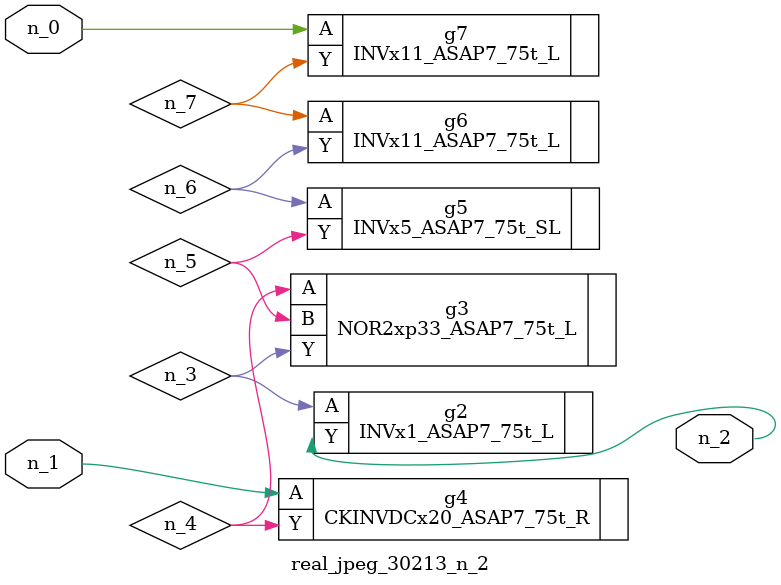
<source format=v>
module real_jpeg_30213_n_2 (n_1, n_0, n_2);

input n_1;
input n_0;

output n_2;

wire n_5;
wire n_4;
wire n_6;
wire n_7;
wire n_3;

INVx11_ASAP7_75t_L g7 ( 
.A(n_0),
.Y(n_7)
);

CKINVDCx20_ASAP7_75t_R g4 ( 
.A(n_1),
.Y(n_4)
);

INVx1_ASAP7_75t_L g2 ( 
.A(n_3),
.Y(n_2)
);

NOR2xp33_ASAP7_75t_L g3 ( 
.A(n_4),
.B(n_5),
.Y(n_3)
);

INVx5_ASAP7_75t_SL g5 ( 
.A(n_6),
.Y(n_5)
);

INVx11_ASAP7_75t_L g6 ( 
.A(n_7),
.Y(n_6)
);


endmodule
</source>
